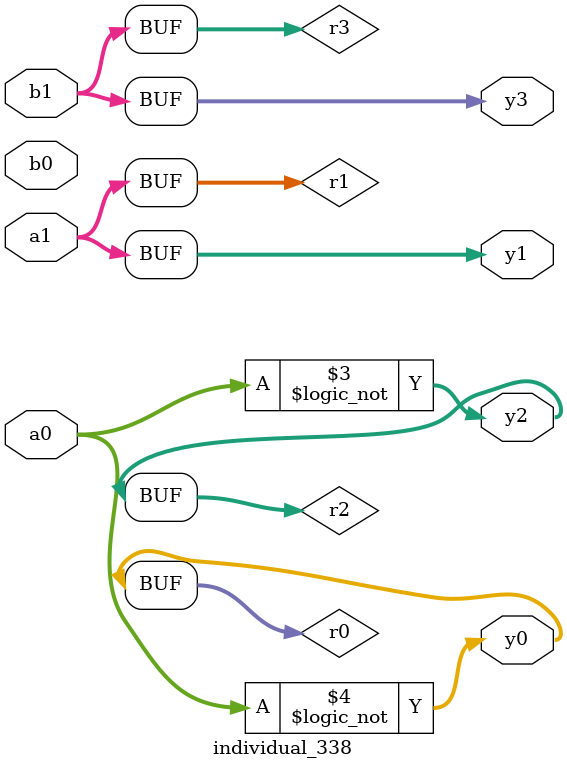
<source format=sv>
module individual_338(input logic [15:0] a1, input logic [15:0] a0, input logic [15:0] b1, input logic [15:0] b0, output logic [15:0] y3, output logic [15:0] y2, output logic [15:0] y1, output logic [15:0] y0);
logic [15:0] r0, r1, r2, r3; 
 always@(*) begin 
	 r0 = a0; r1 = a1; r2 = b0; r3 = b1; 
 	 r2  |=  r0 ;
 	 r2 = ! r0 ;
 	 r0 = ! r0 ;
 	 y3 = r3; y2 = r2; y1 = r1; y0 = r0; 
end
endmodule
</source>
